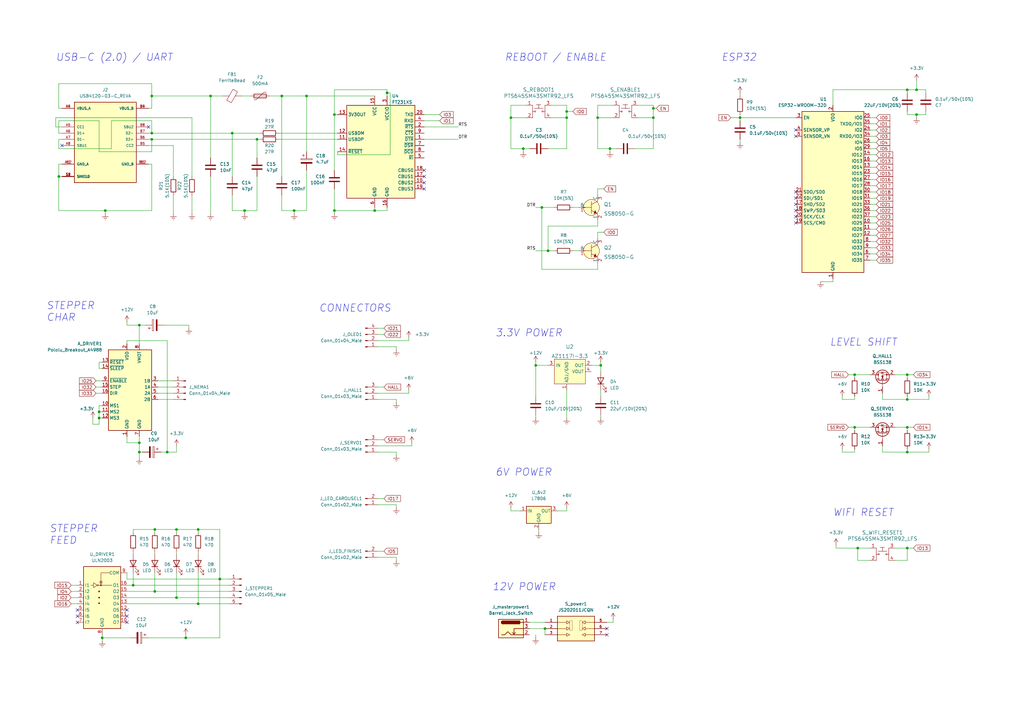
<source format=kicad_sch>
(kicad_sch (version 20211123) (generator eeschema)
  (paper "A3")
  (title_block (title "E-TKT") (date "2022-06-23") (rev "1.1") (company "Andrei Speridiao"))
  (junction (at 224.79 102.87))
  (junction (at 222.25 85.09))
  (junction (at 375.92 36.83))
  (junction (at 372.11 163.83))
  (junction (at 303.53 48.26))
  (junction (at 219.71 149.86))
  (junction (at 232.41 48.26))
  (junction (at 153.67 86.36))
  (junction (at 81.28 217.17))
  (junction (at 72.39 217.17))
  (junction (at 350.52 175.26))
  (junction (at 57.15 181.61))
  (junction (at 350.52 153.67))
  (junction (at 137.16 46.99))
  (junction (at 223.52 257.81))
  (junction (at 62.23 57.15))
  (junction (at 115.57 39.37))
  (junction (at 57.15 185.42))
  (junction (at 375.92 46.99))
  (junction (at 68.58 185.42))
  (junction (at 63.5 217.17))
  (junction (at 158.75 38.1))
  (junction (at 125.73 39.37))
  (junction (at 24.13 72.39))
  (junction (at 40.64 168.91))
  (junction (at 86.36 39.37))
  (junction (at 372.11 175.26))
  (junction (at 43.18 86.36))
  (junction (at 214.63 60.96))
  (junction (at 209.55 48.26))
  (junction (at 267.97 44.45))
  (junction (at 72.39 245.11))
  (junction (at 232.41 45.72))
  (junction (at 62.23 39.37))
  (junction (at 246.38 149.86))
  (junction (at 372.11 185.42))
  (junction (at 95.25 54.61))
  (junction (at 351.79 224.79))
  (junction (at 137.16 86.36))
  (junction (at 250.19 60.96))
  (junction (at 54.61 240.03))
  (junction (at 62.23 54.61))
  (junction (at 105.41 57.15))
  (junction (at 267.97 48.26))
  (junction (at 76.2 261.62))
  (junction (at 372.11 36.83))
  (junction (at 245.11 48.26))
  (junction (at 120.65 86.36))
  (junction (at 41.91 261.62))
  (junction (at 372.11 153.67))
  (junction (at 57.15 133.35))
  (junction (at 100.33 86.36))
  (junction (at 372.11 224.79))
  (junction (at 40.64 171.45))
  (junction (at 90.17 237.49))
  (junction (at 63.5 242.57))
  (junction (at 81.28 247.65))
  (no_connect (at 60.96 52.07))
  (no_connect (at 25.4 59.69))
  (no_connect (at 326.39 86.36))
  (no_connect (at 326.39 81.28))
  (no_connect (at 326.39 91.44))
  (no_connect (at 326.39 88.9))
  (no_connect (at 326.39 83.82))
  (no_connect (at 326.39 78.74))
  (no_connect (at 326.39 55.88))
  (no_connect (at 326.39 53.34))
  (no_connect (at 173.99 77.47))
  (no_connect (at 173.99 74.93))
  (no_connect (at 173.99 72.39))
  (no_connect (at 173.99 69.85))
  (no_connect (at 248.92 257.81))
  (no_connect (at 248.92 260.35))
  (no_connect (at 31.75 250.19))
  (no_connect (at 31.75 255.27))
  (no_connect (at 31.75 252.73))
  (no_connect (at 52.07 250.19))
  (no_connect (at 52.07 255.27))
  (no_connect (at 52.07 252.73))
  (wire (pts (xy 350.52 163.83) (xy 345.44 163.83)))
  (wire (pts (xy 251.46 255.27) (xy 251.46 254)))
  (wire (pts (xy 351.79 224.79) (xy 351.79 229.87)))
  (wire (pts (xy 160.02 63.5) (xy 160.02 38.1)))
  (wire (pts (xy 40.64 49.53) (xy 40.64 62.23)))
  (wire (pts (xy 81.28 247.65) (xy 81.28 234.95)))
  (wire (pts (xy 25.4 67.31) (xy 24.13 67.31)))
  (wire (pts (xy 71.12 59.69) (xy 71.12 72.39)))
  (wire (pts (xy 356.87 73.66) (xy 359.41 73.66)))
  (wire (pts (xy 232.41 43.18) (xy 232.41 45.72)))
  (wire (pts (xy 59.69 133.35) (xy 57.15 133.35)))
  (wire (pts (xy 60.96 54.61) (xy 62.23 54.61)))
  (wire (pts (xy 25.4 44.45) (xy 24.13 44.45)))
  (wire (pts (xy 372.11 224.79) (xy 372.11 229.87)))
  (wire (pts (xy 246.38 149.86) (xy 246.38 152.4)))
  (wire (pts (xy 224.79 92.71) (xy 245.11 92.71)))
  (wire (pts (xy 372.11 229.87) (xy 367.03 229.87)))
  (wire (pts (xy 24.13 86.36) (xy 24.13 72.39)))
  (wire (pts (xy 99.06 39.37) (xy 102.87 39.37)))
  (wire (pts (xy 162.56 207.01) (xy 162.56 208.28)))
  (wire (pts (xy 303.53 46.99) (xy 303.53 48.26)))
  (wire (pts (xy 372.11 153.67) (xy 372.11 154.94)))
  (wire (pts (xy 251.46 43.18) (xy 245.11 43.18)))
  (wire (pts (xy 63.5 242.57) (xy 93.98 242.57)))
  (wire (pts (xy 246.38 160.02) (xy 246.38 162.56)))
  (wire (pts (xy 303.53 48.26) (xy 326.39 48.26)))
  (wire (pts (xy 158.75 39.37) (xy 158.75 38.1)))
  (wire (pts (xy 72.39 217.17) (xy 72.39 218.44)))
  (wire (pts (xy 356.87 91.44) (xy 359.41 91.44)))
  (wire (pts (xy 76.2 260.35) (xy 76.2 261.62)))
  (wire (pts (xy 125.73 39.37) (xy 115.57 39.37)))
  (wire (pts (xy 68.58 185.42) (xy 66.04 185.42)))
  (wire (pts (xy 372.11 36.83) (xy 372.11 38.1)))
  (wire (pts (xy 114.3 57.15) (xy 138.43 57.15)))
  (wire (pts (xy 154.94 161.29) (xy 167.64 161.29)))
  (wire (pts (xy 29.21 247.65) (xy 31.75 247.65)))
  (wire (pts (xy 209.55 43.18) (xy 209.55 48.26)))
  (wire (pts (xy 267.97 60.96) (xy 267.97 48.26)))
  (wire (pts (xy 351.79 224.79) (xy 356.87 224.79)))
  (wire (pts (xy 247.65 77.47) (xy 245.11 77.47)))
  (wire (pts (xy 375.92 46.99) (xy 375.92 48.26)))
  (wire (pts (xy 64.77 158.75) (xy 71.12 158.75)))
  (wire (pts (xy 245.11 77.47) (xy 245.11 80.01)))
  (wire (pts (xy 158.75 36.83) (xy 137.16 36.83)))
  (wire (pts (xy 58.42 185.42) (xy 57.15 185.42)))
  (wire (pts (xy 81.28 217.17) (xy 90.17 217.17)))
  (wire (pts (xy 100.33 86.36) (xy 105.41 86.36)))
  (wire (pts (xy 356.87 96.52) (xy 359.41 96.52)))
  (wire (pts (xy 24.13 54.61) (xy 24.13 49.53)))
  (wire (pts (xy 62.23 39.37) (xy 86.36 39.37)))
  (wire (pts (xy 162.56 163.83) (xy 162.56 165.1)))
  (wire (pts (xy 29.21 240.03) (xy 31.75 240.03)))
  (wire (pts (xy 153.67 39.37) (xy 125.73 39.37)))
  (wire (pts (xy 154.94 142.24) (xy 162.56 142.24)))
  (wire (pts (xy 78.74 48.26) (xy 78.74 72.39)))
  (wire (pts (xy 219.71 85.09) (xy 222.25 85.09)))
  (wire (pts (xy 90.17 237.49) (xy 93.98 237.49)))
  (wire (pts (xy 246.38 170.18) (xy 246.38 171.45)))
  (wire (pts (xy 154.94 158.75) (xy 157.48 158.75)))
  (wire (pts (xy 381 163.83) (xy 381 162.56)))
  (wire (pts (xy 209.55 48.26) (xy 209.55 60.96)))
  (wire (pts (xy 137.16 46.99) (xy 138.43 46.99)))
  (wire (pts (xy 60.96 44.45) (xy 62.23 44.45)))
  (wire (pts (xy 350.52 185.42) (xy 350.52 184.15)))
  (wire (pts (xy 350.52 175.26) (xy 350.52 176.53)))
  (wire (pts (xy 52.07 245.11) (xy 72.39 245.11)))
  (wire (pts (xy 41.91 166.37) (xy 40.64 166.37)))
  (wire (pts (xy 303.53 38.1) (xy 303.53 39.37)))
  (wire (pts (xy 167.64 161.29) (xy 167.64 160.02)))
  (wire (pts (xy 106.68 57.15) (xy 105.41 57.15)))
  (wire (pts (xy 245.11 48.26) (xy 245.11 60.96)))
  (wire (pts (xy 299.72 48.26) (xy 303.53 48.26)))
  (wire (pts (xy 115.57 86.36) (xy 120.65 86.36)))
  (wire (pts (xy 375.92 33.02) (xy 375.92 36.83)))
  (wire (pts (xy 220.98 217.17) (xy 220.98 218.44)))
  (wire (pts (xy 40.64 168.91) (xy 41.91 168.91)))
  (wire (pts (xy 356.87 93.98) (xy 359.41 93.98)))
  (wire (pts (xy 242.57 149.86) (xy 246.38 149.86)))
  (wire (pts (xy 60.96 59.69) (xy 71.12 59.69)))
  (wire (pts (xy 25.4 54.61) (xy 24.13 54.61)))
  (wire (pts (xy 68.58 139.7) (xy 68.58 185.42)))
  (wire (pts (xy 154.94 185.42) (xy 162.56 185.42)))
  (wire (pts (xy 60.96 57.15) (xy 62.23 57.15)))
  (wire (pts (xy 341.63 115.57) (xy 336.55 115.57)))
  (wire (pts (xy 367.03 153.67) (xy 372.11 153.67)))
  (wire (pts (xy 52.07 237.49) (xy 90.17 237.49)))
  (wire (pts (xy 226.06 48.26) (xy 232.41 48.26)))
  (wire (pts (xy 222.25 85.09) (xy 222.25 110.49)))
  (wire (pts (xy 72.39 245.11) (xy 72.39 234.95)))
  (wire (pts (xy 232.41 45.72) (xy 232.41 48.26)))
  (wire (pts (xy 52.07 139.7) (xy 68.58 139.7)))
  (wire (pts (xy 86.36 39.37) (xy 86.36 64.77)))
  (wire (pts (xy 40.64 151.13) (xy 41.91 151.13)))
  (wire (pts (xy 261.62 48.26) (xy 267.97 48.26)))
  (wire (pts (xy 342.9 224.79) (xy 351.79 224.79)))
  (wire (pts (xy 105.41 86.36) (xy 105.41 72.39)))
  (wire (pts (xy 162.56 228.6) (xy 162.56 229.87)))
  (wire (pts (xy 86.36 39.37) (xy 91.44 39.37)))
  (wire (pts (xy 64.77 163.83) (xy 71.12 163.83)))
  (wire (pts (xy 52.07 132.08) (xy 52.07 133.35)))
  (wire (pts (xy 356.87 78.74) (xy 359.41 78.74)))
  (wire (pts (xy 24.13 72.39) (xy 25.4 72.39)))
  (wire (pts (xy 361.95 163.83) (xy 372.11 163.83)))
  (wire (pts (xy 52.07 247.65) (xy 81.28 247.65)))
  (wire (pts (xy 43.18 87.63) (xy 43.18 86.36)))
  (wire (pts (xy 173.99 49.53) (xy 180.34 49.53)))
  (wire (pts (xy 356.87 48.26) (xy 359.41 48.26)))
  (wire (pts (xy 41.91 261.62) (xy 53.34 261.62)))
  (wire (pts (xy 356.87 55.88) (xy 359.41 55.88)))
  (wire (pts (xy 24.13 72.39) (xy 24.13 67.31)))
  (wire (pts (xy 76.2 261.62) (xy 90.17 261.62)))
  (wire (pts (xy 209.55 209.55) (xy 209.55 208.28)))
  (wire (pts (xy 219.71 260.35) (xy 219.71 261.62)))
  (wire (pts (xy 63.5 234.95) (xy 63.5 242.57)))
  (wire (pts (xy 356.87 83.82) (xy 359.41 83.82)))
  (wire (pts (xy 54.61 217.17) (xy 63.5 217.17)))
  (wire (pts (xy 81.28 247.65) (xy 93.98 247.65)))
  (wire (pts (xy 95.25 86.36) (xy 100.33 86.36)))
  (wire (pts (xy 223.52 257.81) (xy 223.52 260.35)))
  (wire (pts (xy 372.11 36.83) (xy 375.92 36.83)))
  (wire (pts (xy 341.63 36.83) (xy 372.11 36.83)))
  (wire (pts (xy 40.64 168.91) (xy 40.64 171.45)))
  (wire (pts (xy 228.6 209.55) (xy 232.41 209.55)))
  (wire (pts (xy 356.87 81.28) (xy 359.41 81.28)))
  (wire (pts (xy 90.17 261.62) (xy 90.17 237.49)))
  (wire (pts (xy 209.55 209.55) (xy 213.36 209.55)))
  (wire (pts (xy 110.49 39.37) (xy 115.57 39.37)))
  (wire (pts (xy 86.36 72.39) (xy 86.36 87.63)))
  (wire (pts (xy 250.19 60.96) (xy 245.11 60.96)))
  (wire (pts (xy 52.07 181.61) (xy 57.15 181.61)))
  (wire (pts (xy 219.71 148.59) (xy 219.71 149.86)))
  (wire (pts (xy 63.5 217.17) (xy 63.5 218.44)))
  (wire (pts (xy 224.79 102.87) (xy 227.33 102.87)))
  (wire (pts (xy 372.11 185.42) (xy 372.11 184.15)))
  (wire (pts (xy 41.91 261.62) (xy 41.91 262.89)))
  (wire (pts (xy 120.65 86.36) (xy 125.73 86.36)))
  (wire (pts (xy 137.16 86.36) (xy 153.67 86.36)))
  (wire (pts (xy 372.11 153.67) (xy 374.65 153.67)))
  (wire (pts (xy 138.43 63.5) (xy 160.02 63.5)))
  (wire (pts (xy 347.98 175.26) (xy 350.52 175.26)))
  (wire (pts (xy 381 185.42) (xy 381 184.15)))
  (wire (pts (xy 224.79 102.87) (xy 224.79 92.71)))
  (wire (pts (xy 173.99 57.15) (xy 187.96 57.15)))
  (wire (pts (xy 356.87 76.2) (xy 359.41 76.2)))
  (wire (pts (xy 219.71 102.87) (xy 224.79 102.87)))
  (wire (pts (xy 38.1 173.99) (xy 38.1 171.45)))
  (wire (pts (xy 52.07 140.97) (xy 52.07 139.7)))
  (wire (pts (xy 24.13 60.96) (xy 45.72 60.96)))
  (wire (pts (xy 24.13 34.29) (xy 62.23 34.29)))
  (wire (pts (xy 214.63 60.96) (xy 214.63 62.23)))
  (wire (pts (xy 356.87 68.58) (xy 359.41 68.58)))
  (wire (pts (xy 379.73 46.99) (xy 375.92 46.99)))
  (wire (pts (xy 154.94 139.7) (xy 167.64 139.7)))
  (wire (pts (xy 52.07 181.61) (xy 52.07 179.07)))
  (wire (pts (xy 347.98 153.67) (xy 350.52 153.67)))
  (wire (pts (xy 154.94 134.62) (xy 157.48 134.62)))
  (wire (pts (xy 95.25 80.01) (xy 95.25 86.36)))
  (wire (pts (xy 372.11 224.79) (xy 374.65 224.79)))
  (wire (pts (xy 219.71 170.18) (xy 219.71 171.45)))
  (wire (pts (xy 24.13 49.53) (xy 40.64 49.53)))
  (wire (pts (xy 261.62 43.18) (xy 267.97 43.18)))
  (wire (pts (xy 115.57 72.39) (xy 115.57 39.37)))
  (wire (pts (xy 372.11 163.83) (xy 372.11 162.56)))
  (wire (pts (xy 154.94 204.47) (xy 157.48 204.47)))
  (wire (pts (xy 350.52 153.67) (xy 350.52 154.94)))
  (wire (pts (xy 154.94 137.16) (xy 157.48 137.16)))
  (wire (pts (xy 232.41 209.55) (xy 232.41 208.28)))
  (wire (pts (xy 60.96 261.62) (xy 76.2 261.62)))
  (wire (pts (xy 158.75 36.83) (xy 158.75 38.1)))
  (wire (pts (xy 40.64 171.45) (xy 41.91 171.45)))
  (wire (pts (xy 234.95 85.09) (xy 237.49 85.09)))
  (wire (pts (xy 64.77 161.29) (xy 71.12 161.29)))
  (wire (pts (xy 350.52 153.67) (xy 356.87 153.67)))
  (wire (pts (xy 25.4 57.15) (xy 24.13 57.15)))
  (wire (pts (xy 168.91 182.88) (xy 168.91 181.61)))
  (wire (pts (xy 77.47 133.35) (xy 77.47 134.62)))
  (wire (pts (xy 345.44 185.42) (xy 350.52 185.42)))
  (wire (pts (xy 248.92 255.27) (xy 251.46 255.27)))
  (wire (pts (xy 303.53 48.26) (xy 303.53 49.53)))
  (wire (pts (xy 356.87 53.34) (xy 359.41 53.34)))
  (wire (pts (xy 345.44 185.42) (xy 345.44 184.15)))
  (wire (pts (xy 267.97 43.18) (xy 267.97 44.45)))
  (wire (pts (xy 245.11 48.26) (xy 251.46 48.26)))
  (wire (pts (xy 351.79 229.87) (xy 356.87 229.87)))
  (wire (pts (xy 62.23 34.29) (xy 62.23 39.37)))
  (wire (pts (xy 356.87 101.6) (xy 359.41 101.6)))
  (wire (pts (xy 95.25 54.61) (xy 106.68 54.61)))
  (wire (pts (xy 24.13 44.45) (xy 24.13 34.29)))
  (wire (pts (xy 154.94 228.6) (xy 162.56 228.6)))
  (wire (pts (xy 217.17 255.27) (xy 223.52 255.27)))
  (wire (pts (xy 137.16 77.47) (xy 137.16 86.36)))
  (wire (pts (xy 214.63 60.96) (xy 217.17 60.96)))
  (wire (pts (xy 372.11 45.72) (xy 372.11 46.99)))
  (wire (pts (xy 138.43 62.23) (xy 138.43 63.5)))
  (wire (pts (xy 125.73 86.36) (xy 125.73 69.85)))
  (wire (pts (xy 356.87 66.04) (xy 359.41 66.04)))
  (wire (pts (xy 232.41 45.72) (xy 234.95 45.72)))
  (wire (pts (xy 361.95 185.42) (xy 372.11 185.42)))
  (wire (pts (xy 72.39 217.17) (xy 81.28 217.17)))
  (wire (pts (xy 367.03 224.79) (xy 372.11 224.79)))
  (wire (pts (xy 260.35 60.96) (xy 267.97 60.96)))
  (wire (pts (xy 173.99 46.99) (xy 180.34 46.99)))
  (wire (pts (xy 356.87 60.96) (xy 359.41 60.96)))
  (wire (pts (xy 62.23 54.61) (xy 95.25 54.61)))
  (wire (pts (xy 219.71 149.86) (xy 219.71 162.56)))
  (wire (pts (xy 52.07 240.03) (xy 54.61 240.03)))
  (wire (pts (xy 45.72 49.53) (xy 62.23 49.53)))
  (wire (pts (xy 62.23 67.31) (xy 62.23 86.36)))
  (wire (pts (xy 154.94 207.01) (xy 162.56 207.01)))
  (wire (pts (xy 361.95 182.88) (xy 361.95 185.42)))
  (wire (pts (xy 375.92 36.83) (xy 379.73 36.83)))
  (wire (pts (xy 52.07 242.57) (xy 63.5 242.57)))
  (wire (pts (xy 209.55 60.96) (xy 214.63 60.96)))
  (wire (pts (xy 246.38 148.59) (xy 246.38 149.86)))
  (wire (pts (xy 158.75 86.36) (xy 153.67 86.36)))
  (wire (pts (xy 72.39 245.11) (xy 93.98 245.11)))
  (wire (pts (xy 173.99 52.07) (xy 187.96 52.07)))
  (wire (pts (xy 64.77 156.21) (xy 71.12 156.21)))
  (wire (pts (xy 90.17 217.17) (xy 90.17 237.49)))
  (wire (pts (xy 234.95 102.87) (xy 237.49 102.87)))
  (wire (pts (xy 379.73 36.83) (xy 379.73 38.1)))
  (wire (pts (xy 39.37 158.75) (xy 41.91 158.75)))
  (wire (pts (xy 52.07 234.95) (xy 52.07 237.49)))
  (wire (pts (xy 232.41 48.26) (xy 232.41 60.96)))
  (wire (pts (xy 137.16 46.99) (xy 137.16 69.85)))
  (wire (pts (xy 24.13 57.15) (xy 24.13 60.96)))
  (wire (pts (xy 68.58 185.42) (xy 72.39 185.42)))
  (wire (pts (xy 232.41 160.02) (xy 232.41 171.45)))
  (wire (pts (xy 267.97 44.45) (xy 267.97 48.26)))
  (wire (pts (xy 158.75 85.09) (xy 158.75 86.36)))
  (wire (pts (xy 120.65 86.36) (xy 120.65 87.63)))
  (wire (pts (xy 154.94 226.06) (xy 157.48 226.06)))
  (wire (pts (xy 81.28 217.17) (xy 81.28 218.44)))
  (wire (pts (xy 341.63 36.83) (xy 341.63 43.18)))
  (wire (pts (xy 379.73 45.72) (xy 379.73 46.99)))
  (wire (pts (xy 60.96 67.31) (xy 62.23 67.31)))
  (wire (pts (xy 356.87 88.9) (xy 359.41 88.9)))
  (wire (pts (xy 57.15 133.35) (xy 57.15 140.97)))
  (wire (pts (xy 29.21 242.57) (xy 31.75 242.57)))
  (wire (pts (xy 167.64 139.7) (xy 167.64 138.43)))
  (wire (pts (xy 222.25 110.49) (xy 245.11 110.49)))
  (wire (pts (xy 372.11 185.42) (xy 381 185.42)))
  (wire (pts (xy 137.16 86.36) (xy 137.16 87.63)))
  (wire (pts (xy 72.39 182.88) (xy 72.39 185.42)))
  (wire (pts (xy 345.44 162.56) (xy 345.44 163.83)))
  (wire (pts (xy 154.94 180.34) (xy 157.48 180.34)))
  (wire (pts (xy 40.64 173.99) (xy 38.1 173.99)))
  (wire (pts (xy 250.19 60.96) (xy 252.73 60.96)))
  (wire (pts (xy 62.23 86.36) (xy 43.18 86.36)))
  (wire (pts (xy 81.28 226.06) (xy 81.28 227.33)))
  (wire (pts (xy 341.63 114.3) (xy 341.63 115.57)))
  (wire (pts (xy 375.92 46.99) (xy 372.11 46.99)))
  (wire (pts (xy 125.73 62.23) (xy 125.73 39.37)))
  (wire (pts (xy 356.87 58.42) (xy 359.41 58.42)))
  (wire (pts (xy 342.9 224.79) (xy 342.9 223.52)))
  (wire (pts (xy 63.5 226.06) (xy 63.5 227.33)))
  (wire (pts (xy 41.91 148.59) (xy 40.64 148.59)))
  (wire (pts (xy 153.67 85.09) (xy 153.67 86.36)))
  (wire (pts (xy 356.87 50.8) (xy 359.41 50.8)))
  (wire (pts (xy 372.11 163.83) (xy 381 163.83)))
  (wire (pts (xy 367.03 175.26) (xy 372.11 175.26)))
  (wire (pts (xy 160.02 38.1) (xy 158.75 38.1)))
  (wire (pts (xy 219.71 149.86) (xy 224.79 149.86)))
  (wire (pts (xy 356.87 99.06) (xy 359.41 99.06)))
  (wire (pts (xy 57.15 185.42) (xy 57.15 187.96)))
  (wire (pts (xy 250.19 60.96) (xy 250.19 62.23)))
  (wire (pts (xy 40.64 166.37) (xy 40.64 168.91)))
  (wire (pts (xy 52.07 133.35) (xy 57.15 133.35)))
  (wire (pts (xy 39.37 161.29) (xy 41.91 161.29)))
  (wire (pts (xy 303.53 57.15) (xy 303.53 58.42)))
  (wire (pts (xy 105.41 64.77) (xy 105.41 57.15)))
  (wire (pts (xy 45.72 60.96) (xy 45.72 49.53)))
  (wire (pts (xy 71.12 80.01) (xy 71.12 87.63)))
  (wire (pts (xy 245.11 110.49) (xy 245.11 107.95)))
  (wire (pts (xy 137.16 36.83) (xy 137.16 46.99)))
  (wire (pts (xy 356.87 86.36) (xy 359.41 86.36)))
  (wire (pts (xy 72.39 226.06) (xy 72.39 227.33)))
  (wire (pts (xy 100.33 86.36) (xy 100.33 87.63)))
  (wire (pts (xy 54.61 240.03) (xy 54.61 234.95)))
  (wire (pts (xy 57.15 181.61) (xy 57.15 185.42)))
  (wire (pts (xy 356.87 71.12) (xy 359.41 71.12)))
  (wire (pts (xy 54.61 218.44) (xy 54.61 217.17)))
  (wire (pts (xy 114.3 54.61) (xy 138.43 54.61)))
  (wire (pts (xy 54.61 240.03) (xy 93.98 240.03)))
  (wire (pts (xy 350.52 162.56) (xy 350.52 163.83)))
  (wire (pts (xy 43.18 86.36) (xy 24.13 86.36)))
  (wire (pts (xy 40.64 62.23) (xy 62.23 62.23)))
  (wire (pts (xy 62.23 44.45) (xy 62.23 39.37)))
  (wire (pts (xy 25.4 52.07) (xy 22.86 52.07)))
  (wire (pts (xy 356.87 104.14) (xy 359.41 104.14)))
  (wire (pts (xy 350.52 175.26) (xy 356.87 175.26)))
  (wire (pts (xy 372.11 175.26) (xy 374.65 175.26)))
  (wire (pts (xy 115.57 86.36) (xy 115.57 80.01)))
  (wire (pts (xy 267.97 44.45) (xy 269.24 44.45)))
  (wire (pts (xy 95.25 54.61) (xy 95.25 72.39)))
  (wire (pts (xy 162.56 185.42) (xy 162.56 186.69)))
  (wire (pts (xy 40.64 171.45) (xy 40.64 173.99)))
  (wire (pts (xy 78.74 80.01) (xy 78.74 87.63)))
  (wire (pts (xy 245.11 92.71) (xy 245.11 90.17)))
  (wire (pts (xy 62.23 62.23) (xy 62.23 57.15)))
  (wire (pts (xy 215.9 43.18) (xy 209.55 43.18)))
  (wire (pts (xy 222.25 85.09) (xy 227.33 85.09)))
  (wire (pts (xy 22.86 52.07) (xy 22.86 48.26)))
  (wire (pts (xy 40.64 148.59) (xy 40.64 151.13)))
  (wire (pts (xy 77.47 133.35) (xy 67.31 133.35)))
  (wire (pts (xy 247.65 95.25) (xy 245.11 95.25)))
  (wire (pts (xy 154.94 182.88) (xy 168.91 182.88)))
  (wire (pts (xy 372.11 175.26) (xy 372.11 176.53)))
  (wire (pts (xy 63.5 217.17) (xy 72.39 217.17)))
  (wire (pts (xy 29.21 245.11) (xy 31.75 245.11)))
  (wire (pts (xy 245.11 95.25) (xy 245.11 97.79)))
  (wire (pts (xy 356.87 106.68) (xy 359.41 106.68)))
  (wire (pts (xy 361.95 161.29) (xy 361.95 163.83)))
  (wire (pts (xy 62.23 49.53) (xy 62.23 54.61)))
  (wire (pts (xy 62.23 57.15) (xy 105.41 57.15)))
  (wire (pts (xy 54.61 226.06) (xy 54.61 227.33)))
  (wire (pts (xy 41.91 260.35) (xy 41.91 261.62)))
  (wire (pts (xy 224.79 60.96) (xy 232.41 60.96)))
  (wire (pts (xy 226.06 43.18) (xy 232.41 43.18)))
  (wire (pts (xy 245.11 43.18) (xy 245.11 48.26)))
  (wire (pts (xy 154.94 163.83) (xy 162.56 163.83)))
  (wire (pts (xy 22.86 48.26) (xy 78.74 48.26)))
  (wire (pts (xy 39.37 156.21) (xy 41.91 156.21)))
  (wire (pts (xy 57.15 181.61) (xy 57.15 179.07)))
  (wire (pts (xy 209.55 48.26) (xy 215.9 48.26)))
  (wire (pts (xy 217.17 257.81) (xy 223.52 257.81)))
  (wire (pts (xy 356.87 63.5) (xy 359.41 63.5)))
  (wire (pts (xy 162.56 142.24) (xy 162.56 143.51)))
  (text "12V POWER" (at 201.93 242.57 0) (effects (font (size 3 3) italic) (justify left bottom)))
  (text "6V POWER" (at 203.2 195.58 0) (effects (font (size 3 3) italic) (justify left bottom)))
  (text "REBOOT / ENABLE" (at 207.01 25.4 0) (effects (font (size 3 3) italic) (justify left bottom)))
  (text "CONNECTORS" (at 130.81 128.27 0) (effects (font (size 3 3) italic) (justify left bottom)))
  (text "STEPPER\nCHAR" (at 19.05 132.08 0) (effects (font (size 3 3) italic) (justify left bottom)))
  (text "WIFI RESET" (at 341.63 212.09 0) (effects (font (size 3 3) italic) (justify left bottom)))
  (text "3.3V POWER" (at 203.2 138.43 0) (effects (font (size 3 3) italic) (justify left bottom)))
  (text "LEVEL SHIFT" (at 340.36 142.24 0) (effects (font (size 3 3) italic) (justify left bottom)))
  (text "STEPPER\nFEED" (at 20.32 223.52 0) (effects (font (size 3 3) italic) (justify left bottom)))
  (text "ESP32" (at 295.91 25.4 0) (effects (font (size 3 3) italic) (justify left bottom)))
  (text "USB-C (2.0) / UART" (at 22.86 25.4 0) (effects (font (size 3 3) italic) (justify left bottom)))
  (label "DTR" (at 187.96 57.15 0))
  (label "DTR" (at 219.71 85.09 180))
  (label "RTS" (at 219.71 102.87 180))
  (label "RTS" (at 187.96 52.07 0))
  (global_label "IO17" (shape input) (at 157.48 204.47 0) (property "Intersheet References" "${INTERSHEET_REFS}" (effects hide)))
  (global_label "IO33" (shape input) (at 359.41 101.6 0) (property "Intersheet References" "${INTERSHEET_REFS}" (effects hide)))
  (global_label "IO19" (shape input) (at 359.41 81.28 0) (property "Intersheet References" "${INTERSHEET_REFS}" (effects hide)))
  (global_label "HALL" (shape input) (at 347.98 153.67 180) (property "Intersheet References" "${INTERSHEET_REFS}" (effects hide)))
  (global_label "SERVO" (shape input) (at 157.48 180.34 0) (property "Intersheet References" "${INTERSHEET_REFS}" (effects hide)))
  (global_label "IO5" (shape input) (at 359.41 60.96 0) (property "Intersheet References" "${INTERSHEET_REFS}" (effects hide)))
  (global_label "IO15" (shape input) (at 359.41 71.12 0) (property "Intersheet References" "${INTERSHEET_REFS}" (effects hide)))
  (global_label "IO32" (shape input) (at 39.37 158.75 180) (property "Intersheet References" "${INTERSHEET_REFS}" (effects hide)))
  (global_label "IO1" (shape input) (at 180.34 49.53 0) (property "Intersheet References" "${INTERSHEET_REFS}" (effects hide)))
  (global_label "IO4" (shape input) (at 359.41 58.42 0) (property "Intersheet References" "${INTERSHEET_REFS}" (effects hide)))
  (global_label "IO15" (shape input) (at 29.21 240.03 180) (property "Intersheet References" "${INTERSHEET_REFS}" (effects hide)))
  (global_label "IO18" (shape input) (at 359.41 78.74 0) (property "Intersheet References" "${INTERSHEET_REFS}" (effects hide)))
  (global_label "IO5" (shape input) (at 157.48 226.06 0) (property "Intersheet References" "${INTERSHEET_REFS}" (effects hide)))
  (global_label "IO22" (shape input) (at 359.41 86.36 0) (property "Intersheet References" "${INTERSHEET_REFS}" (effects hide)))
  (global_label "EN" (shape input) (at 299.72 48.26 180) (property "Intersheet References" "${INTERSHEET_REFS}" (effects hide)))
  (global_label "IO23" (shape input) (at 359.41 88.9 0) (property "Intersheet References" "${INTERSHEET_REFS}" (effects hide)))
  (global_label "IO17" (shape input) (at 359.41 76.2 0) (property "Intersheet References" "${INTERSHEET_REFS}" (effects hide)))
  (global_label "IO14" (shape input) (at 374.65 175.26 0) (property "Intersheet References" "${INTERSHEET_REFS}" (effects hide)))
  (global_label "IO27" (shape input) (at 359.41 96.52 0) (property "Intersheet References" "${INTERSHEET_REFS}" (effects hide)))
  (global_label "IO2" (shape input) (at 359.41 53.34 0) (property "Intersheet References" "${INTERSHEET_REFS}" (effects hide)))
  (global_label "IO2" (shape input) (at 29.21 245.11 180) (property "Intersheet References" "${INTERSHEET_REFS}" (effects hide)))
  (global_label "SERVO" (shape input) (at 347.98 175.26 180) (property "Intersheet References" "${INTERSHEET_REFS}" (effects hide)))
  (global_label "IO16" (shape input) (at 359.41 73.66 0) (property "Intersheet References" "${INTERSHEET_REFS}" (effects hide)))
  (global_label "IO35" (shape input) (at 359.41 106.68 0) (property "Intersheet References" "${INTERSHEET_REFS}" (effects hide)))
  (global_label "IO4" (shape input) (at 29.21 242.57 180) (property "Intersheet References" "${INTERSHEET_REFS}" (effects hide)))
  (global_label "IO0" (shape input) (at 234.95 45.72 0) (property "Intersheet References" "${INTERSHEET_REFS}" (effects hide)))
  (global_label "IO13" (shape input) (at 374.65 224.79 0) (property "Intersheet References" "${INTERSHEET_REFS}" (effects hide)))
  (global_label "IO21" (shape input) (at 157.48 134.62 0) (property "Intersheet References" "${INTERSHEET_REFS}" (effects hide)))
  (global_label "IO25" (shape input) (at 39.37 156.21 180) (property "Intersheet References" "${INTERSHEET_REFS}" (effects hide)))
  (global_label "IO34" (shape input) (at 374.65 153.67 0) (property "Intersheet References" "${INTERSHEET_REFS}" (effects hide)))
  (global_label "EN" (shape input) (at 247.65 77.47 0) (property "Intersheet References" "${INTERSHEET_REFS}" (effects hide)))
  (global_label "IO13" (shape input) (at 359.41 66.04 0) (property "Intersheet References" "${INTERSHEET_REFS}" (effects hide)))
  (global_label "IO14" (shape input) (at 359.41 68.58 0) (property "Intersheet References" "${INTERSHEET_REFS}" (effects hide)))
  (global_label "IO25" (shape input) (at 359.41 91.44 0) (property "Intersheet References" "${INTERSHEET_REFS}" (effects hide)))
  (global_label "IO22" (shape input) (at 157.48 137.16 0) (property "Intersheet References" "${INTERSHEET_REFS}" (effects hide)))
  (global_label "IO3" (shape input) (at 180.34 46.99 0) (property "Intersheet References" "${INTERSHEET_REFS}" (effects hide)))
  (global_label "IO0" (shape input) (at 359.41 48.26 0) (property "Intersheet References" "${INTERSHEET_REFS}" (effects hide)))
  (global_label "IO3" (shape input) (at 359.41 55.88 0) (property "Intersheet References" "${INTERSHEET_REFS}" (effects hide)))
  (global_label "EN" (shape input) (at 269.24 44.45 0) (property "Intersheet References" "${INTERSHEET_REFS}" (effects hide)))
  (global_label "IO34" (shape input) (at 359.41 104.14 0) (property "Intersheet References" "${INTERSHEET_REFS}" (effects hide)))
  (global_label "IO12" (shape input) (at 359.41 63.5 0) (property "Intersheet References" "${INTERSHEET_REFS}" (effects hide)))
  (global_label "IO16" (shape input) (at 29.21 247.65 180) (property "Intersheet References" "${INTERSHEET_REFS}" (effects hide)))
  (global_label "IO33" (shape input) (at 39.37 161.29 180) (property "Intersheet References" "${INTERSHEET_REFS}" (effects hide)))
  (global_label "IO32" (shape input) (at 359.41 99.06 0) (property "Intersheet References" "${INTERSHEET_REFS}" (effects hide)))
  (global_label "IO21" (shape input) (at 359.41 83.82 0) (property "Intersheet References" "${INTERSHEET_REFS}" (effects hide)))
  (global_label "IO26" (shape input) (at 359.41 93.98 0) (property "Intersheet References" "${INTERSHEET_REFS}" (effects hide)))
  (global_label "HALL" (shape input) (at 157.48 158.75 0) (property "Intersheet References" "${INTERSHEET_REFS}" (effects hide)))
  (global_label "IO0" (shape input) (at 247.65 95.25 0) (property "Intersheet References" "${INTERSHEET_REFS}" (effects hide)))
  (global_label "IO1" (shape input) (at 359.41 50.8 0) (property "Intersheet References" "${INTERSHEET_REFS}" (effects hide)))
  (symbol (lib_id "Device:C") (at 246.38 166.37 0) (unit 1)
    (property "Reference" "C11" (at 250.19 165.0999 0) (effects (justify left)))
    (property "Value" "22uF/10V(20%)" (at 250.19 167.6399 0) (effects (justify left)))
    (property "Footprint" "Capacitor_SMD:C_0805_2012Metric" (effects hide))
  )
  (symbol (lib_id "Device:C") (at 115.57 76.2 180) (unit 1)
    (property "Reference" "C17" (at 119.38 74.9299 0) (effects (justify right)))
    (property "Value" "100nF" (at 119.38 77.4699 0) (effects (justify right)))
    (property "Footprint" "Capacitor_SMD:C_0805_2012Metric" (effects hide))
  )
  (symbol (lib_id "Device:R") (at 72.39 222.25 0) (unit 1)
    (property "Reference" "R17" (at 74.93 220.9799 0) (effects (justify left)))
    (property "Value" "470" (at 74.93 223.5199 0) (effects (justify left)))
    (property "Footprint" "Resistor_SMD:R_0805_2012Metric" (effects hide))
  )
  (symbol (lib_id "power:GNDREF") (at 303.53 58.42 0) (unit 1)
    (property "Reference" "#PWR0114" (effects hide))
    (property "Value" "GNDREF" (effects hide))
  )
  (symbol (lib_id "Device:R") (at 81.28 222.25 0) (unit 1)
    (property "Reference" "R18" (at 83.82 220.9799 0) (effects (justify left)))
    (property "Value" "470" (at 83.82 223.5199 0) (effects (justify left)))
    (property "Footprint" "Resistor_SMD:R_0805_2012Metric" (effects hide))
  )
  (symbol (lib_id "Device:R") (at 78.74 76.2 180) (unit 1)
    (property "Reference" "R22" (at 73.66 76.2 90))
    (property "Value" "5.1K(10%)" (at 76.2 76.2 90))
    (property "Footprint" "Resistor_SMD:R_0805_2012Metric" (effects hide))
  )
  (symbol (lib_id "power:+3.3V") (at 342.9 223.52 0) (unit 1)
    (property "Reference" "#PWR0118" (effects hide))
    (property "Value" "+3.3V" (at 342.9 218.44 0))
  )
  (symbol (lib_id "power:GNDREF") (at 41.91 262.89 0) (unit 1)
    (property "Reference" "#PWR0115" (effects hide))
    (property "Value" "GNDREF" (effects hide))
  )
  (symbol (lib_id "power:GNDREF") (at 219.71 171.45 0) (unit 1)
    (property "Reference" "#PWR0102" (effects hide))
    (property "Value" "GNDREF" (effects hide))
  )
  (symbol (lib_id "power:GNDREF") (at 246.38 171.45 0) (unit 1)
    (property "Reference" "#PWR0105" (effects hide))
    (property "Value" "GNDREF" (effects hide))
  )
  (symbol (lib_id "Device:LED") (at 72.39 231.14 90) (unit 1)
    (property "Reference" "D7" (at 76.2 231.4574 90) (effects (justify right)))
    (property "Value" "LED" (at 76.2 233.9974 90) (effects (justify right)))
    (property "Footprint" "LED_SMD:LED_0805_2012Metric" (effects hide))
  )
  (symbol (lib_id "power:GNDREF") (at 220.98 218.44 0) (unit 1)
    (property "Reference" "#PWR0128" (effects hide))
    (property "Value" "GNDREF" (effects hide))
  )
  (symbol (lib_id "power:+3.3V") (at 72.39 182.88 0) (unit 1)
    (property "Reference" "#PWR0139" (effects hide))
    (property "Value" "+3.3V" (at 72.39 177.8 0))
  )
  (symbol (lib_id "power:GNDREF") (at 162.56 143.51 0) (unit 1)
    (property "Reference" "#PWR0141" (effects hide))
    (property "Value" "GNDREF" (effects hide))
  )
  (symbol (lib_id "Connector:Conn_01x03_Male") (at 149.86 161.29 0) (mirror x) (unit 1)
    (property "Reference" "J_HALL1" (at 148.59 160.0199 0) (effects (justify right)))
    (property "Value" "Conn_01x03_Male" (at 148.59 162.5599 0) (effects (justify right)))
    (property "Footprint" "Connector_PinHeader_2.54mm:PinHeader_1x03_P2.54mm_Vertical" (effects hide))
  )
  (symbol (lib_id "power:GNDREF") (at 162.56 229.87 0) (unit 1)
    (property "Reference" "#PWR0148" (effects hide))
    (property "Value" "GNDREF" (effects hide))
  )
  (symbol (lib_id "power:GNDREF") (at 100.33 87.63 0) (unit 1)
    (property "Reference" "#PWR0151" (effects hide))
    (property "Value" "GNDREF" (effects hide))
  )
  (symbol (lib_id "power:GNDREF") (at 214.63 62.23 0) (unit 1)
    (property "Reference" "#PWR0109" (effects hide))
    (property "Value" "GNDREF" (effects hide))
  )
  (symbol (lib_id "Device:C") (at 105.41 68.58 180) (unit 1)
    (property "Reference" "C15" (at 109.22 67.3099 0) (effects (justify right)))
    (property "Value" "47pF" (at 109.22 69.8499 0) (effects (justify right)))
    (property "Footprint" "Capacitor_SMD:C_0805_2012Metric" (effects hide))
  )
  (symbol (lib_id "Device:C") (at 219.71 166.37 0) (unit 1)
    (property "Reference" "C10" (at 223.52 165.0999 0) (effects (justify left)))
    (property "Value" "10uF/10V(20%)" (at 223.52 167.6399 0) (effects (justify left)))
    (property "Footprint" "Capacitor_SMD:C_0805_2012Metric" (effects hide))
  )
  (symbol (lib_id "power:+3.3V") (at 38.1 171.45 0) (unit 1)
    (property "Reference" "#PWR0137" (effects hide))
    (property "Value" "+3.3V" (at 35.56 167.64 0))
  )
  (symbol (lib_id "Device:FerriteBead") (at 95.25 39.37 90) (unit 1)
    (property "Reference" "FB1" (at 95.1992 30.48 90))
    (property "Value" "FerriteBead" (at 95.1992 33.02 90))
    (property "Footprint" "Inductor_SMD:L_0805_2012Metric" (effects hide))
  )
  (symbol (lib_id "power:GNDREF") (at 232.41 171.45 0) (unit 1)
    (property "Reference" "#PWR0104" (effects hide))
    (property "Value" "GNDREF" (effects hide))
  )
  (symbol (lib_id "Device:C") (at 256.54 60.96 90) (unit 1)
    (property "Reference" "C4" (at 256.54 53.34 90))
    (property "Value" "0.1uF/50v(10%)" (at 265.43 55.88 90))
    (property "Footprint" "Capacitor_SMD:C_0805_2012Metric" (effects hide))
  )
  (symbol (lib_id "Device:LED") (at 63.5 231.14 90) (unit 1)
    (property "Reference" "D6" (at 67.31 231.4574 90) (effects (justify right)))
    (property "Value" "LED" (at 67.31 233.9974 90) (effects (justify right)))
    (property "Footprint" "LED_SMD:LED_0805_2012Metric" (effects hide))
  )
  (symbol (lib_id "power:GNDREF") (at 78.74 87.63 0) (unit 1)
    (property "Reference" "#PWR0149" (effects hide))
    (property "Value" "GNDREF" (effects hide))
  )
  (symbol (lib_id "Device:LED") (at 246.38 156.21 90) (unit 1)
    (property "Reference" "D4" (at 250.19 156.5274 90) (effects (justify right)))
    (property "Value" "LED" (at 250.19 159.0674 90) (effects (justify right)))
    (property "Footprint" "LED_SMD:LED_0805_2012Metric" (effects hide))
  )
  (symbol (lib_id "Device:C") (at 372.11 41.91 180) (unit 1)
    (property "Reference" "C6" (at 365.76 40.64 0) (effects (justify right)))
    (property "Value" "22uF/10V(20%)" (at 354.33 43.18 0) (effects (justify right)))
    (property "Footprint" "Capacitor_SMD:C_0805_2012Metric" (effects hide))
  )
  (symbol (lib_id "Device:R") (at 372.11 180.34 0) (unit 1)
    (property "Reference" "R13" (at 374.65 179.0699 0) (effects (justify left)))
    (property "Value" "10K" (at 374.65 181.6099 0) (effects (justify left)))
    (property "Footprint" "Resistor_SMD:R_0805_2012Metric" (effects hide))
  )
  (symbol (lib_id "power:GNDREF") (at 57.15 187.96 0) (unit 1)
    (property "Reference" "#PWR0116" (effects hide))
    (property "Value" "GNDREF" (effects hide))
  )
  (symbol (lib_id "ESP32-S3-WROOM-1-N16R2:ESP32-S3-WROOM-1-N16R2") (at 440.69 78.74 0) (unit 1)
    (property "Reference" "U6" (at 440.69 40.64 0))
    (property "Value" "ESP32-S3-WROOM-1-N16R2" (at 440.69 43.18 0))
    (property "Footprint" "SnapEDA Library:XCVR_ESP32-S3-WROOM-1-N16R2" (effects hide))
    (property "PARTREV" "v1.0" (effects hide))
    (property "MANUFACTURER" "Espressif" (effects hide))
    (property "MAXIMUM_PACKAGE_HEIGHT" "3.25mm" (effects hide))
    (property "STANDARD" "Manufacturer Recommendations" (effects hide))
  )
  (symbol (lib_id "Device:R") (at 63.5 222.25 0) (unit 1)
    (property "Reference" "R16" (at 66.04 220.9799 0) (effects (justify left)))
    (property "Value" "470" (at 66.04 223.5199 0) (effects (justify left)))
    (property "Footprint" "Resistor_SMD:R_0805_2012Metric" (effects hide))
  )
  (symbol (lib_id "Connector:Conn_01x03_Male") (at 149.86 182.88 0) (mirror x) (unit 1)
    (property "Reference" "J_SERVO1" (at 148.59 181.6099 0) (effects (justify right)))
    (property "Value" "Conn_01x03_Male" (at 148.59 184.1499 0) (effects (justify right)))
    (property "Footprint" "Connector_PinHeader_2.54mm:PinHeader_1x03_P2.54mm_Vertical" (effects hide))
  )
  (symbol (lib_id "Device:Polyfuse") (at 106.68 39.37 90) (unit 1)
    (property "Reference" "F2" (at 106.68 31.75 90))
    (property "Value" "500mA" (at 106.68 34.29 90))
    (property "Footprint" "Fuse:Fuse_1210_3225Metric" (effects hide))
  )
  (symbol (lib_id "power:+12V") (at 219.71 148.59 0) (unit 1)
    (property "Reference" "#PWR0106" (effects hide))
    (property "Value" "+12V" (at 219.71 144.78 0))
  )
  (symbol (lib_id "Device:R") (at 231.14 102.87 90) (unit 1)
    (property "Reference" "R8" (at 231.14 96.52 90))
    (property "Value" "10K(5%)" (at 231.14 99.06 90))
    (property "Footprint" "Resistor_SMD:R_0805_2012Metric" (effects hide))
  )
  (symbol (lib_id "power:+12V") (at 76.2 260.35 0) (unit 1)
    (property "Reference" "#PWR0142" (effects hide))
    (property "Value" "+12V" (at 76.2 255.27 0))
  )
  (symbol (lib_id "power:GNDREF") (at 162.56 165.1 0) (unit 1)
    (property "Reference" "#PWR0145" (effects hide))
    (property "Value" "GNDREF" (effects hide))
  )
  (symbol (lib_id "power:+6V") (at 167.64 160.02 0) (unit 1)
    (property "Reference" "#PWR0146" (effects hide))
    (property "Value" "+6V" (at 167.64 154.94 0))
  )
  (symbol (lib_id "Device:C_Polarized") (at 125.73 66.04 0) (unit 1)
    (property "Reference" "C18" (at 129.54 63.8809 0) (effects (justify left)))
    (property "Value" "4.7uF" (at 129.54 66.4209 0) (effects (justify left)))
    (property "Footprint" "Capacitor_Tantalum_SMD:CP_EIA-1608-10_AVX-L" (effects hide))
  )
  (symbol (lib_id "JS202011JCQN:JS202011JCQN") (at 236.22 257.81 0) (unit 1)
    (property "Reference" "S_power1" (at 236.22 247.65 0))
    (property "Value" "JS202011JCQN" (at 236.22 250.19 0))
    (property "Footprint" "SnapEDA Library:SW_JS202011JCQN" (effects hide))
    (property "STANDARD" "Manufacturer Recommendations" (effects hide))
    (property "PARTREV" "11 Nov 19" (effects hide))
    (property "MANUFACTURER" "C&K" (effects hide))
    (property "MAXIMUM_PACKAGE_HEIGHT" "5.6 mm" (effects hide))
  )
  (symbol (lib_id "power:GNDREF") (at 77.47 134.62 0) (unit 1)
    (property "Reference" "#PWR0138" (effects hide))
    (property "Value" "GNDREF" (effects hide))
  )
  (symbol (lib_id "Device:C") (at 220.98 60.96 90) (unit 1)
    (property "Reference" "C3" (at 220.98 53.34 90))
    (property "Value" "0.1uF/50v(10%)" (at 220.98 55.88 90))
    (property "Footprint" "Capacitor_SMD:C_0805_2012Metric" (effects hide))
  )
  (symbol (lib_id "power:+3.3V") (at 381 162.56 0) (unit 1)
    (property "Reference" "#PWR0123" (effects hide))
    (property "Value" "+3.3V" (at 381 157.48 0))
  )
  (symbol (lib_id "Device:R") (at 110.49 54.61 90) (unit 1)
    (property "Reference" "R19" (at 110.49 49.53 90))
    (property "Value" "27R" (at 110.49 52.07 90))
    (property "Footprint" "Resistor_SMD:R_0805_2012Metric" (effects hide))
  )
  (symbol (lib_id "Transistor_FET:BSS138") (at 361.95 177.8 90) (unit 1)
    (property "Reference" "Q_SERVO1" (at 361.95 167.64 90))
    (property "Value" "BSS138" (at 361.95 170.18 90))
    (property "Footprint" "Package_TO_SOT_SMD:SOT-323_SC-70" (effects hide))
    (property "Datasheet" "https://www.onsemi.com/pub/Collateral/BSS138-D.PDF" (effects hide))
  )
  (symbol (lib_id "power:GNDREF") (at 250.19 62.23 0) (unit 1)
    (property "Reference" "#PWR0107" (effects hide))
    (property "Value" "GNDREF" (effects hide))
  )
  (symbol (lib_id "power:+12V") (at 209.55 208.28 0) (unit 1)
    (property "Reference" "#PWR0110" (effects hide))
    (property "Value" "+12V" (at 209.55 203.2 0))
  )
  (symbol (lib_id "Device:R") (at 372.11 158.75 0) (unit 1)
    (property "Reference" "R11" (at 374.65 157.4799 0) (effects (justify left)))
    (property "Value" "10K" (at 374.65 160.0199 0) (effects (justify left)))
    (property "Footprint" "Resistor_SMD:R_0805_2012Metric" (effects hide))
  )
  (symbol (lib_id "power:GNDREF") (at 162.56 208.28 0) (unit 1)
    (property "Reference" "#PWR0147" (effects hide))
    (property "Value" "GNDREF" (effects hide))
  )
  (symbol (lib_id "Device:LED") (at 81.28 231.14 90) (unit 1)
    (property "Reference" "D8" (at 85.09 231.4574 90) (effects (justify right)))
    (property "Value" "LED" (at 85.09 233.9974 90) (effects (justify right)))
    (property "Footprint" "LED_SMD:LED_0805_2012Metric" (effects hide))
  )
  (symbol (lib_id "dk_Transistors-Bipolar-BJT-Single:MMSS8050-H-TP") (at 242.57 85.09 0) (unit 1)
    (property "Reference" "Q1" (at 247.65 83.82 0) (effects (font (size 1.524 1.524)) (justify left)))
    (property "Value" "SS8050-G" (at 247.65 87.63 0) (effects (font (size 1.524 1.524)) (justify left)))
    (property "Footprint" "digikey-footprints:SOT-23-3" (effects hide))
    (property "Datasheet" "https://www.mccsemi.com/pdf/Products/MMSS8050(SOT-23).pdf" (effects hide))
    (property "Digi-Key_PN" "MMSS8050-H-TPMSCT-ND" (effects hide))
    (property "MPN" "MMSS8050-H-TP" (effects hide))
    (property "Category" "Discrete Semiconductor Products" (effects hide))
    (property "Family" "Transistors - Bipolar (BJT) - Single" (effects hide))
    (property "DK_Datasheet_Link" "https://www.mccsemi.com/pdf/Products/MMSS8050(SOT-23).pdf" (effects hide))
    (property "DK_Detail_Page" "/product-detail/en/micro-commercial-co/MMSS8050-H-TP/MMSS8050-H-TPMSCT-ND/2825945" (effects hide))
    (property "Description" "TRANS NPN 25V 1.5A SOT23" (effects hide))
    (property "Manufacturer" "Micro Commercial Co" (effects hide))
    (property "Status" "Active" (effects hide))
  )
  (symbol (lib_id "Device:C_Polarized") (at 63.5 133.35 90) (unit 1)
    (property "Reference" "C8" (at 62.611 125.73 90))
    (property "Value" "10uF" (at 62.611 128.27 90))
    (property "Footprint" "Capacitor_Tantalum_SMD:CP_EIA-1608-10_AVX-L" (effects hide))
  )
  (symbol (lib_id "Device:R") (at 350.52 180.34 0) (unit 1)
    (property "Reference" "R12" (at 353.06 179.0699 0) (effects (justify left)))
    (property "Value" "10K" (at 353.06 181.6099 0) (effects (justify left)))
    (property "Footprint" "Resistor_SMD:R_0805_2012Metric" (effects hide))
  )
  (symbol (lib_id "power:GNDREF") (at 137.16 87.63 0) (unit 1)
    (property "Reference" "#PWR0153" (effects hide))
    (property "Value" "GNDREF" (effects hide))
  )
  (symbol (lib_id "power:+3.3V") (at 381 184.15 0) (unit 1)
    (property "Reference" "#PWR0125" (effects hide))
    (property "Value" "+3.3V" (at 381 179.07 0))
  )
  (symbol (lib_id "power:+6V") (at 345.44 184.15 0) (unit 1)
    (property "Reference" "#PWR0126" (effects hide))
    (property "Value" "+6V" (at 345.44 179.07 0))
  )
  (symbol (lib_id "power:GNDREF") (at 375.92 48.26 0) (unit 1)
    (property "Reference" "#PWR0112" (effects hide))
    (property "Value" "GNDREF" (effects hide))
  )
  (symbol (lib_id "power:+6V") (at 232.41 208.28 0) (unit 1)
    (property "Reference" "#PWR0129" (effects hide))
    (property "Value" "+6V" (at 232.41 203.2 0))
  )
  (symbol (lib_id "Connector:Conn_01x02_Male") (at 149.86 228.6 0) (mirror x) (unit 1)
    (property "Reference" "J_LED_FINISH1" (at 148.59 226.0599 0) (effects (justify right)))
    (property "Value" "Conn_01x02_Male" (at 148.59 228.5999 0) (effects (justify right)))
    (property "Footprint" "Connector_PinHeader_2.54mm:PinHeader_1x02_P2.54mm_Vertical" (effects hide))
  )
  (symbol (lib_id "Driver_Motor:Pololu_Breakout_A4988") (at 52.07 158.75 0) (unit 1)
    (property "Reference" "A_DRIVER1" (at 41.91 140.97 0) (effects (justify right)))
    (property "Value" "Pololu_Breakout_A4988" (at 41.91 143.51 0) (effects (justify right)))
    (property "Footprint" "Module:Pololu_Breakout-16_15.2x20.3mm" (effects hide))
    (property "Datasheet" "https://www.pololu.com/product/2980/pictures" (effects hide))
  )
  (symbol (lib_id "power:+12V") (at 52.07 132.08 0) (unit 1)
    (property "Reference" "#PWR0127" (effects hide))
    (property "Value" "+12V" (at 52.07 127 0))
  )
  (symbol (lib_id "USB4120-03-C_REVA:USB4120-03-C_REVA") (at 43.18 57.15 0) (unit 1)
    (property "Reference" "J2" (at 43.18 36.83 0))
    (property "Value" "USB4120-03-C_REVA" (at 43.18 39.37 0))
    (property "Footprint" "SnapEDA Library:GCT_USB4120-03-C_REVA" (effects hide))
    (property "MANUFACTURER" "GCT" (effects hide))
    (property "MAXIMUM_PACKAGE_HEIGHT" "6.5mm" (effects hide))
    (property "STANDARD" "Manufacturer Recommendations" (effects hide))
    (property "PARTREV" "A" (effects hide))
  )
  (symbol (lib_id "Transistor_Array:ULN2003") (at 41.91 245.11 0) (unit 1)
    (property "Reference" "U_DRIVER1" (at 41.91 227.33 0))
    (property "Value" "ULN2003" (at 41.91 229.87 0))
    (property "Footprint" "Package_SO:SOIC-16W_5.3x10.2mm_P1.27mm" (effects hide))
    (property "Datasheet" "http://www.ti.com/lit/ds/symlink/uln2003a.pdf" (effects hide))
  )
  (symbol (lib_id "Device:R") (at 350.52 158.75 0) (unit 1)
    (property "Reference" "R10" (at 353.06 157.4799 0) (effects (justify left)))
    (property "Value" "10K" (at 353.06 160.0199 0) (effects (justify left)))
    (property "Footprint" "Resistor_SMD:R_0805_2012Metric" (effects hide))
  )
  (symbol (lib_id "power:+6V") (at 168.91 181.61 0) (unit 1)
    (property "Reference" "#PWR0143" (effects hide))
    (property "Value" "+6V" (at 168.91 176.53 0))
  )
  (symbol (lib_id "dk_Tactile-Switches:PTS645SM43SMTR92_LFS") (at 220.98 45.72 0) (unit 1)
    (property "Reference" "S_REBOOT1" (at 220.98 36.83 0) (effects (font (size 1.524 1.524))))
    (property "Value" "PTS645SM43SMTR92_LFS" (at 220.98 39.37 0) (effects (font (size 1.524 1.524))))
    (property "Footprint" "digikey-footprints:Switch_Tactile_SMD_6x6mm_PTS645" (effects hide))
    (property "Datasheet" "https://www.ckswitches.com/media/1471/pts645.pdf" (effects hide))
    (property "Digi-Key_PN" "CKN9112CT-ND" (effects hide))
    (property "MPN" "PTS645SM43SMTR92 LFS" (effects hide))
    (property "Category" "Switches" (effects hide))
    (property "Family" "Tactile Switches" (effects hide))
    (property "DK_Datasheet_Link" "https://www.ckswitches.com/media/1471/pts645.pdf" (effects hide))
    (property "DK_Detail_Page" "/product-detail/en/c-k/PTS645SM43SMTR92-LFS/CKN9112CT-ND/1146934" (effects hide))
    (property "Description" "SWITCH TACTILE SPST-NO 0.05A 12V" (effects hide))
    (property "Manufacturer" "C&K" (effects hide))
    (property "Status" "Active" (effects hide))
  )
  (symbol (lib_id "power:GNDREF") (at 43.18 87.63 0) (unit 1)
    (property "Reference" "#PWR0155" (effects hide))
    (property "Value" "GNDREF" (effects hide))
  )
  (symbol (lib_id "Device:R") (at 54.61 222.25 0) (unit 1)
    (property "Reference" "R15" (at 57.15 220.9799 0) (effects (justify left)))
    (property "Value" "470" (at 57.15 223.5199 0) (effects (justify left)))
    (property "Footprint" "Resistor_SMD:R_0805_2012Metric" (effects hide))
  )
  (symbol (lib_id "Device:C_Polarized") (at 57.15 261.62 270) (unit 1)
    (property "Reference" "C12" (at 58.039 254 90))
    (property "Value" "10uF" (at 58.039 256.54 90))
    (property "Footprint" "Capacitor_Tantalum_SMD:CP_EIA-1608-10_AVX-L" (effects hide))
  )
  (symbol (lib_id "Transistor_FET:BSS138") (at 361.95 156.21 90) (unit 1)
    (property "Reference" "Q_HALL1" (at 361.95 146.05 90))
    (property "Value" "BSS138" (at 361.95 148.59 90))
    (property "Footprint" "Package_TO_SOT_SMD:SOT-323_SC-70" (effects hide))
    (property "Datasheet" "https://www.onsemi.com/pub/Collateral/BSS138-D.PDF" (effects hide))
  )
  (symbol (lib_id "power:GNDREF") (at 86.36 87.63 0) (unit 1)
    (property "Reference" "#PWR0150" (effects hide))
    (property "Value" "GNDREF" (effects hide))
  )
  (symbol (lib_id "power:+6V") (at 345.44 162.56 0) (unit 1)
    (property "Reference" "#PWR0124" (effects hide))
    (property "Value" "+6V" (at 345.44 157.48 0))
  )
  (symbol (lib_id "Connector:Conn_01x04_Male") (at 149.86 139.7 0) (mirror x) (unit 1)
    (property "Reference" "J_OLED1" (at 148.59 137.1599 0) (effects (justify right)))
    (property "Value" "Conn_01x04_Male" (at 148.59 139.6999 0) (effects (justify right)))
    (property "Footprint" "Connector_PinHeader_2.54mm:PinHeader_1x04_P2.54mm_Vertical" (effects hide))
  )
  (symbol (lib_id "power:GNDREF") (at 162.56 186.69 0) (unit 1)
    (property "Reference" "#PWR0144" (effects hide))
    (property "Value" "GNDREF" (effects hide))
  )
  (symbol (lib_id "power:GNDREF") (at 120.65 87.63 0) (unit 1)
    (property "Reference" "#PWR0152" (effects hide))
    (property "Value" "GNDREF" (effects hide))
  )
  (symbol (lib_id "dk_Tactile-Switches:PTS645SM43SMTR92_LFS") (at 256.54 45.72 0) (unit 1)
    (property "Reference" "S_ENABLE1" (at 256.54 36.83 0) (effects (font (size 1.524 1.524))))
    (property "Value" "PTS645SM43SMTR92_LFS" (at 256.54 39.37 0) (effects (font (size 1.524 1.524))))
    (property "Footprint" "digikey-footprints:Switch_Tactile_SMD_6x6mm_PTS645" (effects hide))
    (property "Datasheet" "https://www.ckswitches.com/media/1471/pts645.pdf" (effects hide))
    (property "Digi-Key_PN" "CKN9112CT-ND" (effects hide))
    (property "MPN" "PTS645SM43SMTR92 LFS" (effects hide))
    (property "Category" "Switches" (effects hide))
    (property "Family" "Tactile Switches" (effects hide))
    (property "DK_Datasheet_Link" "https://www.ckswitches.com/media/1471/pts645.pdf" (effects hide))
    (property "DK_Detail_Page" "/product-detail/en/c-k/PTS645SM43SMTR92-LFS/CKN9112CT-ND/1146934" (effects hide))
    (property "Description" "SWITCH TACTILE SPST-NO 0.05A 12V" (effects hide))
    (property "Manufacturer" "C&K" (effects hide))
    (property "Status" "Active" (effects hide))
  )
  (symbol (lib_id "Device:C") (at 303.53 53.34 0) (unit 1)
    (property "Reference" "C5" (at 307.34 52.0699 0) (effects (justify left)))
    (property "Value" "0.1uF/50v(10%)" (at 307.34 54.6099 0) (effects (justify left)))
    (property "Footprint" "Capacitor_SMD:C_0805_2012Metric" (effects hide))
  )
  (symbol (lib_id "dk_Tactile-Switches:PTS645SM43SMTR92_LFS") (at 361.95 227.33 0) (unit 1)
    (property "Reference" "S_WIFI_RESET1" (at 361.95 218.44 0) (effects (font (size 1.524 1.524))))
    (property "Value" "PTS645SM43SMTR92_LFS" (at 361.95 220.98 0) (effects (font (size 1.524 1.524))))
    (property "Footprint" "digikey-footprints:Switch_Tactile_SMD_6x6mm_PTS645" (effects hide))
    (property "Datasheet" "https://www.ckswitches.com/media/1471/pts645.pdf" (effects hide))
    (property "Digi-Key_PN" "CKN9112CT-ND" (effects hide))
    (property "MPN" "PTS645SM43SMTR92 LFS" (effects hide))
    (property "Category" "Switches" (effects hide))
    (property "Family" "Tactile Switches" (effects hide))
    (property "DK_Datasheet_Link" "https://www.ckswitches.com/media/1471/pts645.pdf" (effects hide))
    (property "DK_Detail_Page" "/product-detail/en/c-k/PTS645SM43SMTR92-LFS/CKN9112CT-ND/1146934" (effects hide))
    (property "Description" "SWITCH TACTILE SPST-NO 0.05A 12V" (effects hide))
    (property "Manufacturer" "C&K" (effects hide))
    (property "Status" "Active" (effects hide))
  )
  (symbol (lib_id "power:+3.3V") (at 303.53 38.1 0) (unit 1)
    (property "Reference" "#PWR0113" (effects hide))
    (property "Value" "+3.3V" (at 303.53 33.02 0))
  )
  (symbol (lib_id "dk_PMIC-Voltage-Regulators-Linear:AZ1117CH-3_3TRG1") (at 232.41 149.86 0) (unit 1)
    (property "Reference" "U2" (at 233.68 142.24 0) (effects (font (size 1.524 1.524))))
    (property "Value" "AZ1117I-3.3" (at 233.68 146.05 0) (effects (font (size 1.524 1.524))))
    (property "Footprint" "digikey-footprints:SOT-223" (effects hide))
    (property "Datasheet" "https://www.diodes.com/assets/Datasheets/AZ1117C.pdf" (effects hide))
    (property "Digi-Key_PN" "AZ1117CH-3.3TRG1DICT-ND" (effects hide))
    (property "MPN" "AZ1117CH-3.3TRG1" (effects hide))
    (property "Category" "Integrated Circuits (ICs)" (effects hide))
    (property "Family" "PMIC - Voltage Regulators - Linear" (effects hide))
    (property "DK_Datasheet_Link" "https://www.diodes.com/assets/Datasheets/AZ1117C.pdf" (effects hide))
    (property "DK_Detail_Page" "/product-detail/en/diodes-incorporated/AZ1117CH-3.3TRG1/AZ1117CH-3.3TRG1DICT-ND/4505206" (effects hide))
    (property "Description" "IC REG LINEAR 3.3V 800MA SOT223" (effects hide))
    (property "Manufacturer" "Diodes Incorporated" (effects hide))
    (property "Status" "Active" (effects hide))
  )
  (symbol (lib_id "power:+3.3V") (at 375.92 33.02 0) (unit 1)
    (property "Reference" "#PWR0111" (effects hide))
    (property "Value" "+3.3V" (at 375.92 27.94 0))
  )
  (symbol (lib_id "dk_Transistors-Bipolar-BJT-Single:MMSS8050-H-TP") (at 242.57 102.87 0) (unit 1)
    (property "Reference" "Q2" (at 247.65 101.6 0) (effects (font (size 1.524 1.524)) (justify left)))
    (property "Value" "SS8050-G" (at 247.65 105.41 0) (effects (font (size 1.524 1.524)) (justify left)))
    (property "Footprint" "digikey-footprints:SOT-23-3" (effects hide))
    (property "Datasheet" "https://www.mccsemi.com/pdf/Products/MMSS8050(SOT-23).pdf" (effects hide))
    (property "Digi-Key_PN" "MMSS8050-H-TPMSCT-ND" (effects hide))
    (property "MPN" "MMSS8050-H-TP" (effects hide))
    (property "Category" "Discrete Semiconductor Products" (effects hide))
    (property "Family" "Transistors - Bipolar (BJT) - Single" (effects hide))
    (property "DK_Datasheet_Link" "https://www.mccsemi.com/pdf/Products/MMSS8050(SOT-23).pdf" (effects hide))
    (property "DK_Detail_Page" "/product-detail/en/micro-commercial-co/MMSS8050-H-TP/MMSS8050-H-TPMSCT-ND/2825945" (effects hide))
    (property "Description" "TRANS NPN 25V 1.5A SOT23" (effects hide))
    (property "Manufacturer" "Micro Commercial Co" (effects hide))
    (property "Status" "Active" (effects hide))
  )
  (symbol (lib_id "Connector:Conn_01x05_Male") (at 99.06 242.57 0) (mirror y) (unit 1)
    (property "Reference" "J_STEPPER1" (at 100.33 241.2999 0) (effects (justify right)))
    (property "Value" "Conn_01x05_Male" (at 100.33 243.8399 0) (effects (justify right)))
    (property "Footprint" "Connector_PinHeader_2.54mm:PinHeader_1x05_P2.54mm_Vertical" (effects hide))
  )
  (symbol (lib_id "RF_Module:ESP32-WROOM-32D") (at 341.63 78.74 0) (unit 1)
    (property "Reference" "U1" (at 339.09 40.64 0) (effects (justify right)))
    (property "Value" "ESP32-WROOM-32D" (at 339.09 43.18 0) (effects (justify right)))
    (property "Footprint" "RF_Module:ESP32-WROOM-32" (effects hide))
    (property "Datasheet" "https://www.espressif.com/sites/default/files/documentation/esp32-wroom-32d_esp32-wroom-32u_datasheet_en.pdf" (effects hide))
  )
  (symbol (lib_id "power:+3.3V") (at 246.38 148.59 0) (unit 1)
    (property "Reference" "#PWR0101" (effects hide))
    (property "Value" "+3.3V" (at 246.38 144.78 0))
  )
  (symbol (lib_id "power:GNDREF") (at 71.12 87.63 0) (unit 1)
    (property "Reference" "#PWR0154" (effects hide))
    (property "Value" "GNDREF" (effects hide))
  )
  (symbol (lib_id "Device:C") (at 95.25 76.2 180) (unit 1)
    (property "Reference" "C14" (at 99.06 74.9299 0) (effects (justify right)))
    (property "Value" "47pF" (at 99.06 77.4699 0) (effects (justify right)))
    (property "Footprint" "Capacitor_SMD:C_0805_2012Metric" (effects hide))
  )
  (symbol (lib_id "Device:C_Polarized") (at 62.23 185.42 270) (unit 1)
    (property "Reference" "C9" (at 63.119 177.8 90))
    (property "Value" "10uF" (at 63.119 180.34 90))
    (property "Footprint" "Capacitor_Tantalum_SMD:CP_EIA-1608-10_AVX-L" (effects hide))
  )
  (symbol (lib_id "Interface_USB:FT231XS") (at 156.21 62.23 0) (unit 1)
    (property "Reference" "U4" (at 160.7694 39.37 0) (effects (justify left)))
    (property "Value" "FT231XS" (at 160.7694 41.91 0) (effects (justify left)))
    (property "Footprint" "Package_SO:SSOP-20_3.9x8.7mm_P0.635mm" (effects hide))
    (property "Datasheet" "https://www.ftdichip.com/Support/Documents/DataSheets/ICs/DS_FT231X.pdf" (effects hide))
  )
  (symbol (lib_id "Device:R") (at 303.53 43.18 0) (unit 1)
    (property "Reference" "R9" (at 306.07 41.9099 0) (effects (justify left)))
    (property "Value" "10K(5%)" (at 306.07 44.4499 0) (effects (justify left)))
    (property "Footprint" "Resistor_SMD:R_0805_2012Metric" (effects hide))
  )
  (symbol (lib_id "Connector:Conn_01x04_Male") (at 76.2 158.75 0) (mirror y) (unit 1)
    (property "Reference" "J_NEMA1" (at 77.47 158.7499 0) (effects (justify right)))
    (property "Value" "Conn_01x04_Male" (at 77.47 161.2899 0) (effects (justify right)))
    (property "Footprint" "Connector_PinHeader_2.54mm:PinHeader_1x04_P2.54mm_Vertical" (effects hide))
  )
  (symbol (lib_id "Connector:Conn_01x02_Male") (at 149.86 207.01 0) (mirror x) (unit 1)
    (property "Reference" "J_LED_CAROUSEL1" (at 148.59 204.4699 0) (effects (justify right)))
    (property "Value" "Conn_01x02_Male" (at 148.59 207.0099 0) (effects (justify right)))
    (property "Footprint" "Connector_PinHeader_2.54mm:PinHeader_1x02_P2.54mm_Vertical" (effects hide))
  )
  (symbol (lib_id "Device:R") (at 231.14 85.09 90) (unit 1)
    (property "Reference" "R7" (at 231.14 78.74 90))
    (property "Value" "10K(5%)" (at 231.14 81.28 90))
    (property "Footprint" "Resistor_SMD:R_0805_2012Metric" (effects hide))
  )
  (symbol (lib_id "Device:C") (at 137.16 73.66 180) (unit 1)
    (property "Reference" "C16" (at 133.35 72.39 0) (effects (justify left)))
    (property "Value" "100nF" (at 133.35 74.93 0) (effects (justify left)))
    (property "Footprint" "Capacitor_SMD:C_0805_2012Metric" (effects hide))
  )
  (symbol (lib_id "Device:LED") (at 54.61 231.14 90) (unit 1)
    (property "Reference" "D5" (at 58.42 231.4574 90) (effects (justify right)))
    (property "Value" "LED" (at 58.42 233.9974 90) (effects (justify right)))
    (property "Footprint" "LED_SMD:LED_0805_2012Metric" (effects hide))
  )
  (symbol (lib_id "Device:R") (at 110.49 57.15 270) (unit 1)
    (property "Reference" "R20" (at 110.49 59.69 90))
    (property "Value" "27R" (at 110.49 62.23 90))
    (property "Footprint" "Resistor_SMD:R_0805_2012Metric" (effects hide))
  )
  (symbol (lib_id "Connector:Barrel_Jack_Switch") (at 209.55 257.81 0) (unit 1)
    (property "Reference" "J_masterpower1" (at 209.55 248.92 0))
    (property "Value" "Barrel_Jack_Switch" (at 209.55 251.46 0))
    (property "Footprint" "Connector_BarrelJack:BarrelJack_GCT_DCJ200-10-A_Horizontal" (effects hide))
  )
  (symbol (lib_id "power:+12V") (at 251.46 254 0) (unit 1)
    (property "Reference" "#PWR0122" (effects hide))
    (property "Value" "+12V" (at 251.46 248.92 0))
  )
  (symbol (lib_id "power:GNDREF") (at 336.55 115.57 0) (unit 1)
    (property "Reference" "#PWR0108" (effects hide))
    (property "Value" "GNDREF" (effects hide))
  )
  (symbol (lib_id "power:+3.3V") (at 167.64 138.43 0) (unit 1)
    (property "Reference" "#PWR0140" (effects hide))
    (property "Value" "+3.3V" (at 170.18 137.1599 0) (effects (justify left)))
  )
  (symbol (lib_id "Device:C") (at 379.73 41.91 0) (unit 1)
    (property "Reference" "C7" (at 383.54 43.18 0) (effects (justify left)))
    (property "Value" "0.1uF/50v(10%)" (at 383.54 40.64 0) (effects (justify left)))
    (property "Footprint" "Capacitor_SMD:C_0805_2012Metric" (effects hide))
  )
  (symbol (lib_id "Device:R") (at 71.12 76.2 180) (unit 1)
    (property "Reference" "R21" (at 66.04 76.2 90))
    (property "Value" "5.1K(10%)" (at 68.58 76.2 90))
    (property "Footprint" "Resistor_SMD:R_0805_2012Metric" (effects hide))
  )
  (symbol (lib_id "Device:C") (at 86.36 68.58 180) (unit 1)
    (property "Reference" "C13" (at 90.17 67.3099 0) (effects (justify right)))
    (property "Value" "10nF" (at 90.17 69.8499 0) (effects (justify right)))
    (property "Footprint" "Capacitor_SMD:C_0805_2012Metric" (effects hide))
  )
  (symbol (lib_id "Regulator_Linear:L7806") (at 220.98 209.55 0) (unit 1)
    (property "Reference" "U_6v2" (at 220.98 201.93 0))
    (property "Value" "L7806" (at 220.98 204.47 0))
    (property "Footprint" "Package_TO_SOT_SMD:TO-263-3_TabPin2" (effects hide))
    (property "Datasheet" "http://www.st.com/content/ccc/resource/technical/document/datasheet/41/4f/b3/b0/12/d4/47/88/CD00000444.pdf/files/CD00000444.pdf/jcr:content/translations/en.CD00000444.pdf" (effects hide))
  )
  (symbol (lib_id "power:GNDREF") (at 219.71 261.62 0) (unit 1)
    (property "Reference" "#PWR0121" (effects hide))
    (property "Value" "GNDREF" (effects hide))
  )
)
</source>
